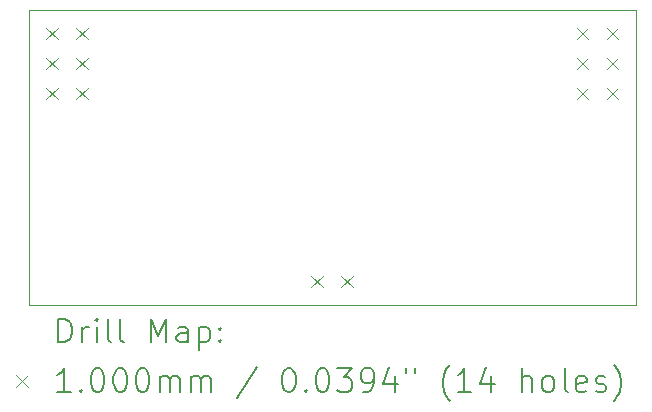
<source format=gbr>
%FSLAX45Y45*%
G04 Gerber Fmt 4.5, Leading zero omitted, Abs format (unit mm)*
G04 Created by KiCad (PCBNEW (6.0.2)) date 2022-07-27 12:55:24*
%MOMM*%
%LPD*%
G01*
G04 APERTURE LIST*
%TA.AperFunction,Profile*%
%ADD10C,0.100000*%
%TD*%
%ADD11C,0.200000*%
%ADD12C,0.100000*%
G04 APERTURE END LIST*
D10*
X5800000Y-11800000D02*
X10945000Y-11800000D01*
X10945000Y-11800000D02*
X10945000Y-14300000D01*
X10945000Y-14300000D02*
X5800000Y-14300000D01*
X5800000Y-14300000D02*
X5800000Y-11800000D01*
D11*
D12*
X5950000Y-11950000D02*
X6050000Y-12050000D01*
X6050000Y-11950000D02*
X5950000Y-12050000D01*
X5950000Y-12204000D02*
X6050000Y-12304000D01*
X6050000Y-12204000D02*
X5950000Y-12304000D01*
X5950000Y-12458000D02*
X6050000Y-12558000D01*
X6050000Y-12458000D02*
X5950000Y-12558000D01*
X6204000Y-11950000D02*
X6304000Y-12050000D01*
X6304000Y-11950000D02*
X6204000Y-12050000D01*
X6204000Y-12204000D02*
X6304000Y-12304000D01*
X6304000Y-12204000D02*
X6204000Y-12304000D01*
X6204000Y-12458000D02*
X6304000Y-12558000D01*
X6304000Y-12458000D02*
X6204000Y-12558000D01*
X8195000Y-14050000D02*
X8295000Y-14150000D01*
X8295000Y-14050000D02*
X8195000Y-14150000D01*
X8449000Y-14050000D02*
X8549000Y-14150000D01*
X8549000Y-14050000D02*
X8449000Y-14150000D01*
X10440000Y-11950000D02*
X10540000Y-12050000D01*
X10540000Y-11950000D02*
X10440000Y-12050000D01*
X10440000Y-12204000D02*
X10540000Y-12304000D01*
X10540000Y-12204000D02*
X10440000Y-12304000D01*
X10440000Y-12458000D02*
X10540000Y-12558000D01*
X10540000Y-12458000D02*
X10440000Y-12558000D01*
X10694000Y-11950000D02*
X10794000Y-12050000D01*
X10794000Y-11950000D02*
X10694000Y-12050000D01*
X10694000Y-12204000D02*
X10794000Y-12304000D01*
X10794000Y-12204000D02*
X10694000Y-12304000D01*
X10694000Y-12458000D02*
X10794000Y-12558000D01*
X10794000Y-12458000D02*
X10694000Y-12558000D01*
D11*
X6052619Y-14615476D02*
X6052619Y-14415476D01*
X6100238Y-14415476D01*
X6128809Y-14425000D01*
X6147857Y-14444048D01*
X6157381Y-14463095D01*
X6166905Y-14501190D01*
X6166905Y-14529762D01*
X6157381Y-14567857D01*
X6147857Y-14586905D01*
X6128809Y-14605952D01*
X6100238Y-14615476D01*
X6052619Y-14615476D01*
X6252619Y-14615476D02*
X6252619Y-14482143D01*
X6252619Y-14520238D02*
X6262143Y-14501190D01*
X6271667Y-14491667D01*
X6290714Y-14482143D01*
X6309762Y-14482143D01*
X6376428Y-14615476D02*
X6376428Y-14482143D01*
X6376428Y-14415476D02*
X6366905Y-14425000D01*
X6376428Y-14434524D01*
X6385952Y-14425000D01*
X6376428Y-14415476D01*
X6376428Y-14434524D01*
X6500238Y-14615476D02*
X6481190Y-14605952D01*
X6471667Y-14586905D01*
X6471667Y-14415476D01*
X6605000Y-14615476D02*
X6585952Y-14605952D01*
X6576428Y-14586905D01*
X6576428Y-14415476D01*
X6833571Y-14615476D02*
X6833571Y-14415476D01*
X6900238Y-14558333D01*
X6966905Y-14415476D01*
X6966905Y-14615476D01*
X7147857Y-14615476D02*
X7147857Y-14510714D01*
X7138333Y-14491667D01*
X7119286Y-14482143D01*
X7081190Y-14482143D01*
X7062143Y-14491667D01*
X7147857Y-14605952D02*
X7128809Y-14615476D01*
X7081190Y-14615476D01*
X7062143Y-14605952D01*
X7052619Y-14586905D01*
X7052619Y-14567857D01*
X7062143Y-14548809D01*
X7081190Y-14539286D01*
X7128809Y-14539286D01*
X7147857Y-14529762D01*
X7243095Y-14482143D02*
X7243095Y-14682143D01*
X7243095Y-14491667D02*
X7262143Y-14482143D01*
X7300238Y-14482143D01*
X7319286Y-14491667D01*
X7328809Y-14501190D01*
X7338333Y-14520238D01*
X7338333Y-14577381D01*
X7328809Y-14596428D01*
X7319286Y-14605952D01*
X7300238Y-14615476D01*
X7262143Y-14615476D01*
X7243095Y-14605952D01*
X7424048Y-14596428D02*
X7433571Y-14605952D01*
X7424048Y-14615476D01*
X7414524Y-14605952D01*
X7424048Y-14596428D01*
X7424048Y-14615476D01*
X7424048Y-14491667D02*
X7433571Y-14501190D01*
X7424048Y-14510714D01*
X7414524Y-14501190D01*
X7424048Y-14491667D01*
X7424048Y-14510714D01*
D12*
X5695000Y-14895000D02*
X5795000Y-14995000D01*
X5795000Y-14895000D02*
X5695000Y-14995000D01*
D11*
X6157381Y-15035476D02*
X6043095Y-15035476D01*
X6100238Y-15035476D02*
X6100238Y-14835476D01*
X6081190Y-14864048D01*
X6062143Y-14883095D01*
X6043095Y-14892619D01*
X6243095Y-15016428D02*
X6252619Y-15025952D01*
X6243095Y-15035476D01*
X6233571Y-15025952D01*
X6243095Y-15016428D01*
X6243095Y-15035476D01*
X6376428Y-14835476D02*
X6395476Y-14835476D01*
X6414524Y-14845000D01*
X6424048Y-14854524D01*
X6433571Y-14873571D01*
X6443095Y-14911667D01*
X6443095Y-14959286D01*
X6433571Y-14997381D01*
X6424048Y-15016428D01*
X6414524Y-15025952D01*
X6395476Y-15035476D01*
X6376428Y-15035476D01*
X6357381Y-15025952D01*
X6347857Y-15016428D01*
X6338333Y-14997381D01*
X6328809Y-14959286D01*
X6328809Y-14911667D01*
X6338333Y-14873571D01*
X6347857Y-14854524D01*
X6357381Y-14845000D01*
X6376428Y-14835476D01*
X6566905Y-14835476D02*
X6585952Y-14835476D01*
X6605000Y-14845000D01*
X6614524Y-14854524D01*
X6624048Y-14873571D01*
X6633571Y-14911667D01*
X6633571Y-14959286D01*
X6624048Y-14997381D01*
X6614524Y-15016428D01*
X6605000Y-15025952D01*
X6585952Y-15035476D01*
X6566905Y-15035476D01*
X6547857Y-15025952D01*
X6538333Y-15016428D01*
X6528809Y-14997381D01*
X6519286Y-14959286D01*
X6519286Y-14911667D01*
X6528809Y-14873571D01*
X6538333Y-14854524D01*
X6547857Y-14845000D01*
X6566905Y-14835476D01*
X6757381Y-14835476D02*
X6776428Y-14835476D01*
X6795476Y-14845000D01*
X6805000Y-14854524D01*
X6814524Y-14873571D01*
X6824048Y-14911667D01*
X6824048Y-14959286D01*
X6814524Y-14997381D01*
X6805000Y-15016428D01*
X6795476Y-15025952D01*
X6776428Y-15035476D01*
X6757381Y-15035476D01*
X6738333Y-15025952D01*
X6728809Y-15016428D01*
X6719286Y-14997381D01*
X6709762Y-14959286D01*
X6709762Y-14911667D01*
X6719286Y-14873571D01*
X6728809Y-14854524D01*
X6738333Y-14845000D01*
X6757381Y-14835476D01*
X6909762Y-15035476D02*
X6909762Y-14902143D01*
X6909762Y-14921190D02*
X6919286Y-14911667D01*
X6938333Y-14902143D01*
X6966905Y-14902143D01*
X6985952Y-14911667D01*
X6995476Y-14930714D01*
X6995476Y-15035476D01*
X6995476Y-14930714D02*
X7005000Y-14911667D01*
X7024048Y-14902143D01*
X7052619Y-14902143D01*
X7071667Y-14911667D01*
X7081190Y-14930714D01*
X7081190Y-15035476D01*
X7176428Y-15035476D02*
X7176428Y-14902143D01*
X7176428Y-14921190D02*
X7185952Y-14911667D01*
X7205000Y-14902143D01*
X7233571Y-14902143D01*
X7252619Y-14911667D01*
X7262143Y-14930714D01*
X7262143Y-15035476D01*
X7262143Y-14930714D02*
X7271667Y-14911667D01*
X7290714Y-14902143D01*
X7319286Y-14902143D01*
X7338333Y-14911667D01*
X7347857Y-14930714D01*
X7347857Y-15035476D01*
X7738333Y-14825952D02*
X7566905Y-15083095D01*
X7995476Y-14835476D02*
X8014524Y-14835476D01*
X8033571Y-14845000D01*
X8043095Y-14854524D01*
X8052619Y-14873571D01*
X8062143Y-14911667D01*
X8062143Y-14959286D01*
X8052619Y-14997381D01*
X8043095Y-15016428D01*
X8033571Y-15025952D01*
X8014524Y-15035476D01*
X7995476Y-15035476D01*
X7976428Y-15025952D01*
X7966905Y-15016428D01*
X7957381Y-14997381D01*
X7947857Y-14959286D01*
X7947857Y-14911667D01*
X7957381Y-14873571D01*
X7966905Y-14854524D01*
X7976428Y-14845000D01*
X7995476Y-14835476D01*
X8147857Y-15016428D02*
X8157381Y-15025952D01*
X8147857Y-15035476D01*
X8138333Y-15025952D01*
X8147857Y-15016428D01*
X8147857Y-15035476D01*
X8281190Y-14835476D02*
X8300238Y-14835476D01*
X8319286Y-14845000D01*
X8328809Y-14854524D01*
X8338333Y-14873571D01*
X8347857Y-14911667D01*
X8347857Y-14959286D01*
X8338333Y-14997381D01*
X8328809Y-15016428D01*
X8319286Y-15025952D01*
X8300238Y-15035476D01*
X8281190Y-15035476D01*
X8262143Y-15025952D01*
X8252619Y-15016428D01*
X8243095Y-14997381D01*
X8233571Y-14959286D01*
X8233571Y-14911667D01*
X8243095Y-14873571D01*
X8252619Y-14854524D01*
X8262143Y-14845000D01*
X8281190Y-14835476D01*
X8414524Y-14835476D02*
X8538333Y-14835476D01*
X8471667Y-14911667D01*
X8500238Y-14911667D01*
X8519286Y-14921190D01*
X8528810Y-14930714D01*
X8538333Y-14949762D01*
X8538333Y-14997381D01*
X8528810Y-15016428D01*
X8519286Y-15025952D01*
X8500238Y-15035476D01*
X8443095Y-15035476D01*
X8424048Y-15025952D01*
X8414524Y-15016428D01*
X8633571Y-15035476D02*
X8671667Y-15035476D01*
X8690714Y-15025952D01*
X8700238Y-15016428D01*
X8719286Y-14987857D01*
X8728810Y-14949762D01*
X8728810Y-14873571D01*
X8719286Y-14854524D01*
X8709762Y-14845000D01*
X8690714Y-14835476D01*
X8652619Y-14835476D01*
X8633571Y-14845000D01*
X8624048Y-14854524D01*
X8614524Y-14873571D01*
X8614524Y-14921190D01*
X8624048Y-14940238D01*
X8633571Y-14949762D01*
X8652619Y-14959286D01*
X8690714Y-14959286D01*
X8709762Y-14949762D01*
X8719286Y-14940238D01*
X8728810Y-14921190D01*
X8900238Y-14902143D02*
X8900238Y-15035476D01*
X8852619Y-14825952D02*
X8805000Y-14968809D01*
X8928810Y-14968809D01*
X8995476Y-14835476D02*
X8995476Y-14873571D01*
X9071667Y-14835476D02*
X9071667Y-14873571D01*
X9366905Y-15111667D02*
X9357381Y-15102143D01*
X9338333Y-15073571D01*
X9328810Y-15054524D01*
X9319286Y-15025952D01*
X9309762Y-14978333D01*
X9309762Y-14940238D01*
X9319286Y-14892619D01*
X9328810Y-14864048D01*
X9338333Y-14845000D01*
X9357381Y-14816428D01*
X9366905Y-14806905D01*
X9547857Y-15035476D02*
X9433571Y-15035476D01*
X9490714Y-15035476D02*
X9490714Y-14835476D01*
X9471667Y-14864048D01*
X9452619Y-14883095D01*
X9433571Y-14892619D01*
X9719286Y-14902143D02*
X9719286Y-15035476D01*
X9671667Y-14825952D02*
X9624048Y-14968809D01*
X9747857Y-14968809D01*
X9976429Y-15035476D02*
X9976429Y-14835476D01*
X10062143Y-15035476D02*
X10062143Y-14930714D01*
X10052619Y-14911667D01*
X10033571Y-14902143D01*
X10005000Y-14902143D01*
X9985952Y-14911667D01*
X9976429Y-14921190D01*
X10185952Y-15035476D02*
X10166905Y-15025952D01*
X10157381Y-15016428D01*
X10147857Y-14997381D01*
X10147857Y-14940238D01*
X10157381Y-14921190D01*
X10166905Y-14911667D01*
X10185952Y-14902143D01*
X10214524Y-14902143D01*
X10233571Y-14911667D01*
X10243095Y-14921190D01*
X10252619Y-14940238D01*
X10252619Y-14997381D01*
X10243095Y-15016428D01*
X10233571Y-15025952D01*
X10214524Y-15035476D01*
X10185952Y-15035476D01*
X10366905Y-15035476D02*
X10347857Y-15025952D01*
X10338333Y-15006905D01*
X10338333Y-14835476D01*
X10519286Y-15025952D02*
X10500238Y-15035476D01*
X10462143Y-15035476D01*
X10443095Y-15025952D01*
X10433571Y-15006905D01*
X10433571Y-14930714D01*
X10443095Y-14911667D01*
X10462143Y-14902143D01*
X10500238Y-14902143D01*
X10519286Y-14911667D01*
X10528810Y-14930714D01*
X10528810Y-14949762D01*
X10433571Y-14968809D01*
X10605000Y-15025952D02*
X10624048Y-15035476D01*
X10662143Y-15035476D01*
X10681190Y-15025952D01*
X10690714Y-15006905D01*
X10690714Y-14997381D01*
X10681190Y-14978333D01*
X10662143Y-14968809D01*
X10633571Y-14968809D01*
X10614524Y-14959286D01*
X10605000Y-14940238D01*
X10605000Y-14930714D01*
X10614524Y-14911667D01*
X10633571Y-14902143D01*
X10662143Y-14902143D01*
X10681190Y-14911667D01*
X10757381Y-15111667D02*
X10766905Y-15102143D01*
X10785952Y-15073571D01*
X10795476Y-15054524D01*
X10805000Y-15025952D01*
X10814524Y-14978333D01*
X10814524Y-14940238D01*
X10805000Y-14892619D01*
X10795476Y-14864048D01*
X10785952Y-14845000D01*
X10766905Y-14816428D01*
X10757381Y-14806905D01*
M02*

</source>
